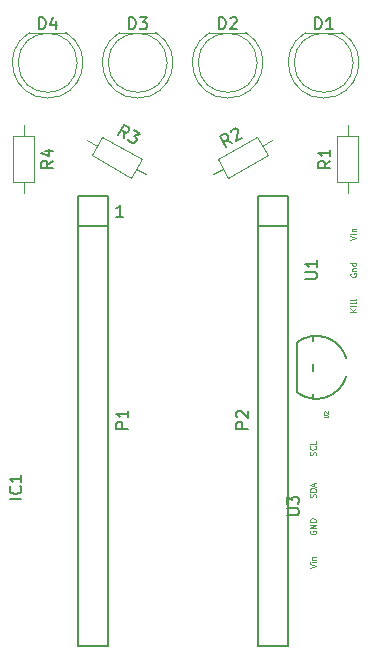
<source format=gto>
G04 #@! TF.GenerationSoftware,KiCad,Pcbnew,(5.0.2)-1*
G04 #@! TF.CreationDate,2019-02-17T11:04:42-05:00*
G04 #@! TF.ProjectId,main,6d61696e-2e6b-4696-9361-645f70636258,rev?*
G04 #@! TF.SameCoordinates,Original*
G04 #@! TF.FileFunction,Legend,Top*
G04 #@! TF.FilePolarity,Positive*
%FSLAX46Y46*%
G04 Gerber Fmt 4.6, Leading zero omitted, Abs format (unit mm)*
G04 Created by KiCad (PCBNEW (5.0.2)-1) date 2019-02-17 11:04:42 AM*
%MOMM*%
%LPD*%
G01*
G04 APERTURE LIST*
%ADD10C,0.150000*%
%ADD11C,0.203200*%
%ADD12C,0.120000*%
%ADD13C,0.125000*%
%ADD14C,0.065000*%
%ADD15C,0.050000*%
G04 APERTURE END LIST*
D10*
X148113714Y-73604380D02*
X147542285Y-73604380D01*
X147828000Y-73604380D02*
X147828000Y-72604380D01*
X147732761Y-72747238D01*
X147637523Y-72842476D01*
X147542285Y-72890095D01*
G04 #@! TO.C,P2*
X162052000Y-74422000D02*
X162052000Y-71882000D01*
X162052000Y-71882000D02*
X159512000Y-71882000D01*
X159512000Y-71882000D02*
X159512000Y-74422000D01*
X162052000Y-74422000D02*
X162052000Y-109982000D01*
X162052000Y-109982000D02*
X159512000Y-109982000D01*
X159512000Y-109982000D02*
X159512000Y-74422000D01*
X159512000Y-74422000D02*
X162052000Y-74422000D01*
D11*
G04 #@! TO.C,U2*
X162817622Y-84262551D02*
G75*
G02X167013500Y-85573700I1647375J-2097448D01*
G01*
X167013400Y-87146299D02*
G75*
G02X162814000Y-88454500I-2548411J786287D01*
G01*
X162814000Y-84265500D02*
X162814000Y-88454500D01*
X164211000Y-83705100D02*
X164211000Y-84106300D01*
X164211000Y-86073700D02*
X164211000Y-86646300D01*
X164211000Y-88613700D02*
X164211000Y-89014900D01*
D10*
G04 #@! TO.C,P1*
X146812000Y-74422000D02*
X146812000Y-71882000D01*
X146812000Y-71882000D02*
X144272000Y-71882000D01*
X144272000Y-71882000D02*
X144272000Y-74422000D01*
X146812000Y-74422000D02*
X146812000Y-109982000D01*
X146812000Y-109982000D02*
X144272000Y-109982000D01*
X144272000Y-109982000D02*
X144272000Y-74422000D01*
X144272000Y-74422000D02*
X146812000Y-74422000D01*
D12*
G04 #@! TO.C,D1*
X165099538Y-63569000D02*
G75*
G03X166644830Y-58019000I462J2990000D01*
G01*
X165100462Y-63569000D02*
G75*
G02X163555170Y-58019000I-462J2990000D01*
G01*
X167600000Y-60579000D02*
G75*
G03X167600000Y-60579000I-2500000J0D01*
G01*
X166645000Y-58019000D02*
X163555000Y-58019000D01*
G04 #@! TO.C,D2*
X158517000Y-58019000D02*
X155427000Y-58019000D01*
X159472000Y-60579000D02*
G75*
G03X159472000Y-60579000I-2500000J0D01*
G01*
X156972462Y-63569000D02*
G75*
G02X155427170Y-58019000I-462J2990000D01*
G01*
X156971538Y-63569000D02*
G75*
G03X158516830Y-58019000I462J2990000D01*
G01*
G04 #@! TO.C,D3*
X149351538Y-63569000D02*
G75*
G03X150896830Y-58019000I462J2990000D01*
G01*
X149352462Y-63569000D02*
G75*
G02X147807170Y-58019000I-462J2990000D01*
G01*
X151852000Y-60579000D02*
G75*
G03X151852000Y-60579000I-2500000J0D01*
G01*
X150897000Y-58019000D02*
X147807000Y-58019000D01*
G04 #@! TO.C,D4*
X143277000Y-58019000D02*
X140187000Y-58019000D01*
X144232000Y-60579000D02*
G75*
G03X144232000Y-60579000I-2500000J0D01*
G01*
X141732462Y-63569000D02*
G75*
G02X140187170Y-58019000I-462J2990000D01*
G01*
X141731538Y-63569000D02*
G75*
G03X143276830Y-58019000I462J2990000D01*
G01*
G04 #@! TO.C,R1*
X167132000Y-65837000D02*
X167132000Y-66787000D01*
X167132000Y-71577000D02*
X167132000Y-70627000D01*
X166212000Y-66787000D02*
X166212000Y-70627000D01*
X168052000Y-66787000D02*
X166212000Y-66787000D01*
X168052000Y-70627000D02*
X168052000Y-66787000D01*
X166212000Y-70627000D02*
X168052000Y-70627000D01*
G04 #@! TO.C,R2*
X156116788Y-68743257D02*
X157036788Y-70336743D01*
X157036788Y-70336743D02*
X160362326Y-68416743D01*
X160362326Y-68416743D02*
X159442326Y-66823257D01*
X159442326Y-66823257D02*
X156116788Y-68743257D01*
X155754064Y-70015000D02*
X156576788Y-69540000D01*
X160725050Y-67145000D02*
X159902326Y-67620000D01*
G04 #@! TO.C,R3*
X145090950Y-67145000D02*
X145913674Y-67620000D01*
X150061936Y-70015000D02*
X149239212Y-69540000D01*
X145453674Y-68416743D02*
X148779212Y-70336743D01*
X146373674Y-66823257D02*
X145453674Y-68416743D01*
X149699212Y-68743257D02*
X146373674Y-66823257D01*
X148779212Y-70336743D02*
X149699212Y-68743257D01*
G04 #@! TO.C,R4*
X138780000Y-70627000D02*
X140620000Y-70627000D01*
X140620000Y-70627000D02*
X140620000Y-66787000D01*
X140620000Y-66787000D02*
X138780000Y-66787000D01*
X138780000Y-66787000D02*
X138780000Y-70627000D01*
X139700000Y-71577000D02*
X139700000Y-70627000D01*
X139700000Y-65837000D02*
X139700000Y-66787000D01*
G04 #@! TO.C,U3*
D10*
X162012380Y-98869404D02*
X162821904Y-98869404D01*
X162917142Y-98821785D01*
X162964761Y-98774166D01*
X163012380Y-98678928D01*
X163012380Y-98488452D01*
X162964761Y-98393214D01*
X162917142Y-98345595D01*
X162821904Y-98297976D01*
X162012380Y-98297976D01*
X162012380Y-97917023D02*
X162012380Y-97297976D01*
X162393333Y-97631309D01*
X162393333Y-97488452D01*
X162440952Y-97393214D01*
X162488571Y-97345595D01*
X162583809Y-97297976D01*
X162821904Y-97297976D01*
X162917142Y-97345595D01*
X162964761Y-97393214D01*
X163012380Y-97488452D01*
X163012380Y-97774166D01*
X162964761Y-97869404D01*
X162917142Y-97917023D01*
D13*
X163937190Y-103381904D02*
X164437190Y-103215238D01*
X163937190Y-103048571D01*
X164437190Y-102881904D02*
X164103857Y-102881904D01*
X163937190Y-102881904D02*
X163961000Y-102905714D01*
X163984809Y-102881904D01*
X163961000Y-102858095D01*
X163937190Y-102881904D01*
X163984809Y-102881904D01*
X164103857Y-102643809D02*
X164437190Y-102643809D01*
X164151476Y-102643809D02*
X164127666Y-102620000D01*
X164103857Y-102572380D01*
X164103857Y-102500952D01*
X164127666Y-102453333D01*
X164175285Y-102429523D01*
X164437190Y-102429523D01*
X163961000Y-100202952D02*
X163937190Y-100250571D01*
X163937190Y-100322000D01*
X163961000Y-100393428D01*
X164008619Y-100441047D01*
X164056238Y-100464857D01*
X164151476Y-100488666D01*
X164222904Y-100488666D01*
X164318142Y-100464857D01*
X164365761Y-100441047D01*
X164413380Y-100393428D01*
X164437190Y-100322000D01*
X164437190Y-100274380D01*
X164413380Y-100202952D01*
X164389571Y-100179142D01*
X164222904Y-100179142D01*
X164222904Y-100274380D01*
X164437190Y-99964857D02*
X163937190Y-99964857D01*
X164437190Y-99679142D01*
X163937190Y-99679142D01*
X164437190Y-99441047D02*
X163937190Y-99441047D01*
X163937190Y-99322000D01*
X163961000Y-99250571D01*
X164008619Y-99202952D01*
X164056238Y-99179142D01*
X164151476Y-99155333D01*
X164222904Y-99155333D01*
X164318142Y-99179142D01*
X164365761Y-99202952D01*
X164413380Y-99250571D01*
X164437190Y-99322000D01*
X164437190Y-99441047D01*
X164413380Y-93813238D02*
X164437190Y-93741809D01*
X164437190Y-93622761D01*
X164413380Y-93575142D01*
X164389571Y-93551333D01*
X164341952Y-93527523D01*
X164294333Y-93527523D01*
X164246714Y-93551333D01*
X164222904Y-93575142D01*
X164199095Y-93622761D01*
X164175285Y-93718000D01*
X164151476Y-93765619D01*
X164127666Y-93789428D01*
X164080047Y-93813238D01*
X164032428Y-93813238D01*
X163984809Y-93789428D01*
X163961000Y-93765619D01*
X163937190Y-93718000D01*
X163937190Y-93598952D01*
X163961000Y-93527523D01*
X164389571Y-93027523D02*
X164413380Y-93051333D01*
X164437190Y-93122761D01*
X164437190Y-93170380D01*
X164413380Y-93241809D01*
X164365761Y-93289428D01*
X164318142Y-93313238D01*
X164222904Y-93337047D01*
X164151476Y-93337047D01*
X164056238Y-93313238D01*
X164008619Y-93289428D01*
X163961000Y-93241809D01*
X163937190Y-93170380D01*
X163937190Y-93122761D01*
X163961000Y-93051333D01*
X163984809Y-93027523D01*
X164437190Y-92575142D02*
X164437190Y-92813238D01*
X163937190Y-92813238D01*
X164413380Y-97381142D02*
X164437190Y-97309714D01*
X164437190Y-97190666D01*
X164413380Y-97143047D01*
X164389571Y-97119238D01*
X164341952Y-97095428D01*
X164294333Y-97095428D01*
X164246714Y-97119238D01*
X164222904Y-97143047D01*
X164199095Y-97190666D01*
X164175285Y-97285904D01*
X164151476Y-97333523D01*
X164127666Y-97357333D01*
X164080047Y-97381142D01*
X164032428Y-97381142D01*
X163984809Y-97357333D01*
X163961000Y-97333523D01*
X163937190Y-97285904D01*
X163937190Y-97166857D01*
X163961000Y-97095428D01*
X164437190Y-96881142D02*
X163937190Y-96881142D01*
X163937190Y-96762095D01*
X163961000Y-96690666D01*
X164008619Y-96643047D01*
X164056238Y-96619238D01*
X164151476Y-96595428D01*
X164222904Y-96595428D01*
X164318142Y-96619238D01*
X164365761Y-96643047D01*
X164413380Y-96690666D01*
X164437190Y-96762095D01*
X164437190Y-96881142D01*
X164294333Y-96404952D02*
X164294333Y-96166857D01*
X164437190Y-96452571D02*
X163937190Y-96285904D01*
X164437190Y-96119238D01*
G04 #@! TO.C,P2*
D10*
X158694380Y-91543095D02*
X157694380Y-91543095D01*
X157694380Y-91162142D01*
X157742000Y-91066904D01*
X157789619Y-91019285D01*
X157884857Y-90971666D01*
X158027714Y-90971666D01*
X158122952Y-91019285D01*
X158170571Y-91066904D01*
X158218190Y-91162142D01*
X158218190Y-91543095D01*
X157789619Y-90590714D02*
X157742000Y-90543095D01*
X157694380Y-90447857D01*
X157694380Y-90209761D01*
X157742000Y-90114523D01*
X157789619Y-90066904D01*
X157884857Y-90019285D01*
X157980095Y-90019285D01*
X158122952Y-90066904D01*
X158694380Y-90638333D01*
X158694380Y-90019285D01*
G04 #@! TO.C,U1*
X163536380Y-78866904D02*
X164345904Y-78866904D01*
X164441142Y-78819285D01*
X164488761Y-78771666D01*
X164536380Y-78676428D01*
X164536380Y-78485952D01*
X164488761Y-78390714D01*
X164441142Y-78343095D01*
X164345904Y-78295476D01*
X163536380Y-78295476D01*
X164536380Y-77295476D02*
X164536380Y-77866904D01*
X164536380Y-77581190D02*
X163536380Y-77581190D01*
X163679238Y-77676428D01*
X163774476Y-77771666D01*
X163822095Y-77866904D01*
D14*
X167366190Y-75568904D02*
X167866190Y-75402238D01*
X167366190Y-75235571D01*
X167866190Y-75068904D02*
X167532857Y-75068904D01*
X167366190Y-75068904D02*
X167390000Y-75092714D01*
X167413809Y-75068904D01*
X167390000Y-75045095D01*
X167366190Y-75068904D01*
X167413809Y-75068904D01*
X167532857Y-74830809D02*
X167866190Y-74830809D01*
X167580476Y-74830809D02*
X167556666Y-74807000D01*
X167532857Y-74759380D01*
X167532857Y-74687952D01*
X167556666Y-74640333D01*
X167604285Y-74616523D01*
X167866190Y-74616523D01*
X167390000Y-78426428D02*
X167366190Y-78474047D01*
X167366190Y-78545476D01*
X167390000Y-78616904D01*
X167437619Y-78664523D01*
X167485238Y-78688333D01*
X167580476Y-78712142D01*
X167651904Y-78712142D01*
X167747142Y-78688333D01*
X167794761Y-78664523D01*
X167842380Y-78616904D01*
X167866190Y-78545476D01*
X167866190Y-78497857D01*
X167842380Y-78426428D01*
X167818571Y-78402619D01*
X167651904Y-78402619D01*
X167651904Y-78497857D01*
X167532857Y-78188333D02*
X167866190Y-78188333D01*
X167580476Y-78188333D02*
X167556666Y-78164523D01*
X167532857Y-78116904D01*
X167532857Y-78045476D01*
X167556666Y-77997857D01*
X167604285Y-77974047D01*
X167866190Y-77974047D01*
X167866190Y-77521666D02*
X167366190Y-77521666D01*
X167842380Y-77521666D02*
X167866190Y-77569285D01*
X167866190Y-77664523D01*
X167842380Y-77712142D01*
X167818571Y-77735952D01*
X167770952Y-77759761D01*
X167628095Y-77759761D01*
X167580476Y-77735952D01*
X167556666Y-77712142D01*
X167532857Y-77664523D01*
X167532857Y-77569285D01*
X167556666Y-77521666D01*
X167866190Y-81664904D02*
X167366190Y-81664904D01*
X167866190Y-81379190D02*
X167580476Y-81593476D01*
X167366190Y-81379190D02*
X167651904Y-81664904D01*
X167866190Y-81164904D02*
X167532857Y-81164904D01*
X167366190Y-81164904D02*
X167390000Y-81188714D01*
X167413809Y-81164904D01*
X167390000Y-81141095D01*
X167366190Y-81164904D01*
X167413809Y-81164904D01*
X167866190Y-80855380D02*
X167842380Y-80903000D01*
X167794761Y-80926809D01*
X167366190Y-80926809D01*
X167866190Y-80593476D02*
X167842380Y-80641095D01*
X167794761Y-80664904D01*
X167366190Y-80664904D01*
G04 #@! TO.C,IC1*
D10*
X139517380Y-97496190D02*
X138517380Y-97496190D01*
X139422142Y-96448571D02*
X139469761Y-96496190D01*
X139517380Y-96639047D01*
X139517380Y-96734285D01*
X139469761Y-96877142D01*
X139374523Y-96972380D01*
X139279285Y-97020000D01*
X139088809Y-97067619D01*
X138945952Y-97067619D01*
X138755476Y-97020000D01*
X138660238Y-96972380D01*
X138565000Y-96877142D01*
X138517380Y-96734285D01*
X138517380Y-96639047D01*
X138565000Y-96496190D01*
X138612619Y-96448571D01*
X139517380Y-95496190D02*
X139517380Y-96067619D01*
X139517380Y-95781904D02*
X138517380Y-95781904D01*
X138660238Y-95877142D01*
X138755476Y-95972380D01*
X138803095Y-96067619D01*
G04 #@! TO.C,U2*
D15*
X165128055Y-90592203D02*
X165387139Y-90592203D01*
X165417619Y-90576963D01*
X165432860Y-90561723D01*
X165448100Y-90531242D01*
X165448100Y-90470281D01*
X165432860Y-90439801D01*
X165417619Y-90424561D01*
X165387139Y-90409320D01*
X165128055Y-90409320D01*
X165158535Y-90272158D02*
X165143295Y-90256918D01*
X165128055Y-90226438D01*
X165128055Y-90150236D01*
X165143295Y-90119756D01*
X165158535Y-90104516D01*
X165189016Y-90089275D01*
X165219496Y-90089275D01*
X165265217Y-90104516D01*
X165448100Y-90287399D01*
X165448100Y-90089275D01*
G04 #@! TO.C,P1*
D10*
X148534380Y-91543095D02*
X147534380Y-91543095D01*
X147534380Y-91162142D01*
X147582000Y-91066904D01*
X147629619Y-91019285D01*
X147724857Y-90971666D01*
X147867714Y-90971666D01*
X147962952Y-91019285D01*
X148010571Y-91066904D01*
X148058190Y-91162142D01*
X148058190Y-91543095D01*
X148534380Y-90019285D02*
X148534380Y-90590714D01*
X148534380Y-90305000D02*
X147534380Y-90305000D01*
X147677238Y-90400238D01*
X147772476Y-90495476D01*
X147820095Y-90590714D01*
G04 #@! TO.C,D1*
X164361904Y-57729380D02*
X164361904Y-56729380D01*
X164600000Y-56729380D01*
X164742857Y-56777000D01*
X164838095Y-56872238D01*
X164885714Y-56967476D01*
X164933333Y-57157952D01*
X164933333Y-57300809D01*
X164885714Y-57491285D01*
X164838095Y-57586523D01*
X164742857Y-57681761D01*
X164600000Y-57729380D01*
X164361904Y-57729380D01*
X165885714Y-57729380D02*
X165314285Y-57729380D01*
X165600000Y-57729380D02*
X165600000Y-56729380D01*
X165504761Y-56872238D01*
X165409523Y-56967476D01*
X165314285Y-57015095D01*
G04 #@! TO.C,D2*
X156233904Y-57729380D02*
X156233904Y-56729380D01*
X156472000Y-56729380D01*
X156614857Y-56777000D01*
X156710095Y-56872238D01*
X156757714Y-56967476D01*
X156805333Y-57157952D01*
X156805333Y-57300809D01*
X156757714Y-57491285D01*
X156710095Y-57586523D01*
X156614857Y-57681761D01*
X156472000Y-57729380D01*
X156233904Y-57729380D01*
X157186285Y-56824619D02*
X157233904Y-56777000D01*
X157329142Y-56729380D01*
X157567238Y-56729380D01*
X157662476Y-56777000D01*
X157710095Y-56824619D01*
X157757714Y-56919857D01*
X157757714Y-57015095D01*
X157710095Y-57157952D01*
X157138666Y-57729380D01*
X157757714Y-57729380D01*
G04 #@! TO.C,D3*
X148613904Y-57729380D02*
X148613904Y-56729380D01*
X148852000Y-56729380D01*
X148994857Y-56777000D01*
X149090095Y-56872238D01*
X149137714Y-56967476D01*
X149185333Y-57157952D01*
X149185333Y-57300809D01*
X149137714Y-57491285D01*
X149090095Y-57586523D01*
X148994857Y-57681761D01*
X148852000Y-57729380D01*
X148613904Y-57729380D01*
X149518666Y-56729380D02*
X150137714Y-56729380D01*
X149804380Y-57110333D01*
X149947238Y-57110333D01*
X150042476Y-57157952D01*
X150090095Y-57205571D01*
X150137714Y-57300809D01*
X150137714Y-57538904D01*
X150090095Y-57634142D01*
X150042476Y-57681761D01*
X149947238Y-57729380D01*
X149661523Y-57729380D01*
X149566285Y-57681761D01*
X149518666Y-57634142D01*
G04 #@! TO.C,D4*
X140993904Y-57729380D02*
X140993904Y-56729380D01*
X141232000Y-56729380D01*
X141374857Y-56777000D01*
X141470095Y-56872238D01*
X141517714Y-56967476D01*
X141565333Y-57157952D01*
X141565333Y-57300809D01*
X141517714Y-57491285D01*
X141470095Y-57586523D01*
X141374857Y-57681761D01*
X141232000Y-57729380D01*
X140993904Y-57729380D01*
X142422476Y-57062714D02*
X142422476Y-57729380D01*
X142184380Y-56681761D02*
X141946285Y-57396047D01*
X142565333Y-57396047D01*
G04 #@! TO.C,R1*
X165664380Y-68873666D02*
X165188190Y-69207000D01*
X165664380Y-69445095D02*
X164664380Y-69445095D01*
X164664380Y-69064142D01*
X164712000Y-68968904D01*
X164759619Y-68921285D01*
X164854857Y-68873666D01*
X164997714Y-68873666D01*
X165092952Y-68921285D01*
X165140571Y-68968904D01*
X165188190Y-69064142D01*
X165188190Y-69445095D01*
X165664380Y-67921285D02*
X165664380Y-68492714D01*
X165664380Y-68207000D02*
X164664380Y-68207000D01*
X164807238Y-68302238D01*
X164902476Y-68397476D01*
X164950095Y-68492714D01*
G04 #@! TO.C,R2*
X157361409Y-67392337D02*
X156834639Y-67146611D01*
X156866538Y-67678052D02*
X156366538Y-66812026D01*
X156696452Y-66621550D01*
X156802740Y-66615170D01*
X156867789Y-66632600D01*
X156956648Y-66691269D01*
X157028076Y-66814987D01*
X157034456Y-66921275D01*
X157017026Y-66986324D01*
X156958357Y-67075182D01*
X156628443Y-67265658D01*
X157238943Y-66418314D02*
X157256373Y-66353265D01*
X157315042Y-66264407D01*
X157521238Y-66145359D01*
X157627526Y-66138980D01*
X157692575Y-66156409D01*
X157781434Y-66215079D01*
X157829053Y-66297557D01*
X157859242Y-66445085D01*
X157650085Y-67225671D01*
X158186196Y-66916147D01*
G04 #@! TO.C,R3*
X148219471Y-66983440D02*
X148168892Y-66404380D01*
X147724600Y-66697725D02*
X148224600Y-65831700D01*
X148554514Y-66022176D01*
X148613183Y-66111034D01*
X148630613Y-66176083D01*
X148624233Y-66282371D01*
X148552805Y-66406089D01*
X148463946Y-66464758D01*
X148398898Y-66482188D01*
X148292609Y-66475808D01*
X147962695Y-66285332D01*
X149008147Y-66284081D02*
X149544258Y-66593605D01*
X149065106Y-66756852D01*
X149188824Y-66828281D01*
X149247493Y-66917139D01*
X149264923Y-66982188D01*
X149258543Y-67088476D01*
X149139496Y-67294673D01*
X149050637Y-67353342D01*
X148985588Y-67370772D01*
X148879300Y-67364392D01*
X148631865Y-67221535D01*
X148573195Y-67132676D01*
X148555766Y-67067628D01*
G04 #@! TO.C,R4*
X142184380Y-68873666D02*
X141708190Y-69207000D01*
X142184380Y-69445095D02*
X141184380Y-69445095D01*
X141184380Y-69064142D01*
X141232000Y-68968904D01*
X141279619Y-68921285D01*
X141374857Y-68873666D01*
X141517714Y-68873666D01*
X141612952Y-68921285D01*
X141660571Y-68968904D01*
X141708190Y-69064142D01*
X141708190Y-69445095D01*
X141517714Y-68016523D02*
X142184380Y-68016523D01*
X141136761Y-68254619D02*
X141851047Y-68492714D01*
X141851047Y-67873666D01*
G04 #@! TD*
M02*

</source>
